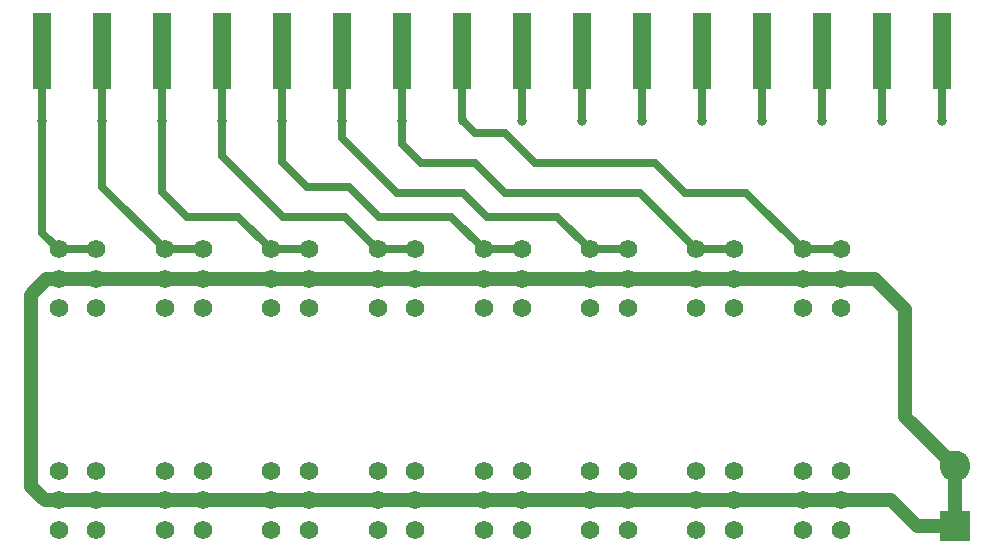
<source format=gbr>
%TF.GenerationSoftware,KiCad,Pcbnew,(6.0.10)*%
%TF.CreationDate,2023-01-13T11:07:08+01:00*%
%TF.ProjectId,SiemensSimaticS7ExpansionBoard,5369656d-656e-4735-9369-6d6174696353,rev?*%
%TF.SameCoordinates,Original*%
%TF.FileFunction,Copper,L1,Top*%
%TF.FilePolarity,Positive*%
%FSLAX46Y46*%
G04 Gerber Fmt 4.6, Leading zero omitted, Abs format (unit mm)*
G04 Created by KiCad (PCBNEW (6.0.10)) date 2023-01-13 11:07:08*
%MOMM*%
%LPD*%
G01*
G04 APERTURE LIST*
%TA.AperFunction,ComponentPad*%
%ADD10C,1.562000*%
%TD*%
%TA.AperFunction,ComponentPad*%
%ADD11R,2.600000X2.600000*%
%TD*%
%TA.AperFunction,ComponentPad*%
%ADD12C,2.600000*%
%TD*%
%TA.AperFunction,SMDPad,CuDef*%
%ADD13R,1.600000X6.500000*%
%TD*%
%TA.AperFunction,ViaPad*%
%ADD14C,0.800000*%
%TD*%
%TA.AperFunction,Conductor*%
%ADD15C,0.700000*%
%TD*%
%TA.AperFunction,Conductor*%
%ADD16C,1.200000*%
%TD*%
G04 APERTURE END LIST*
D10*
%TO.P,SW16,1,A*%
%TO.N,Net-(J2-Pad16)*%
X190990400Y-128208400D03*
X187790400Y-128208400D03*
%TO.P,SW16,2,B*%
%TO.N,VCC*%
X190990400Y-130708400D03*
X187790400Y-130708400D03*
%TO.P,SW16,3,C*%
%TO.N,unconnected-(SW16-Pad3)*%
X190990400Y-133208400D03*
X187790400Y-133208400D03*
%TD*%
%TO.P,SW15,1,A*%
%TO.N,Net-(J2-Pad15)*%
X181990400Y-128208400D03*
X178790400Y-128208400D03*
%TO.P,SW15,2,B*%
%TO.N,VCC*%
X181990400Y-130708400D03*
X178790400Y-130708400D03*
%TO.P,SW15,3,C*%
%TO.N,unconnected-(SW15-Pad3)*%
X181990400Y-133208400D03*
X178790400Y-133208400D03*
%TD*%
%TO.P,SW14,1,A*%
%TO.N,Net-(J2-Pad14)*%
X172990400Y-128208400D03*
X169790400Y-128208400D03*
%TO.P,SW14,2,B*%
%TO.N,VCC*%
X172990400Y-130708400D03*
X169790400Y-130708400D03*
%TO.P,SW14,3,C*%
%TO.N,unconnected-(SW14-Pad3)*%
X172990400Y-133208400D03*
X169790400Y-133208400D03*
%TD*%
%TO.P,SW13,1,A*%
%TO.N,Net-(J2-Pad13)*%
X163990400Y-128208400D03*
X160790400Y-128208400D03*
%TO.P,SW13,2,B*%
%TO.N,VCC*%
X163990400Y-130708400D03*
X160790400Y-130708400D03*
%TO.P,SW13,3,C*%
%TO.N,unconnected-(SW13-Pad3)*%
X163990400Y-133208400D03*
X160790400Y-133208400D03*
%TD*%
%TO.P,SW12,1,A*%
%TO.N,Net-(J2-Pad12)*%
X154990400Y-128208400D03*
X151790400Y-128208400D03*
%TO.P,SW12,2,B*%
%TO.N,VCC*%
X154990400Y-130708400D03*
X151790400Y-130708400D03*
%TO.P,SW12,3,C*%
%TO.N,unconnected-(SW12-Pad3)*%
X154990400Y-133208400D03*
X151790400Y-133208400D03*
%TD*%
%TO.P,SW11,1,A*%
%TO.N,Net-(J2-Pad11)*%
X145990400Y-128208400D03*
X142790400Y-128208400D03*
%TO.P,SW11,2,B*%
%TO.N,VCC*%
X145990400Y-130708400D03*
X142790400Y-130708400D03*
%TO.P,SW11,3,C*%
%TO.N,unconnected-(SW11-Pad3)*%
X145990400Y-133208400D03*
X142790400Y-133208400D03*
%TD*%
%TO.P,SW10,1,A*%
%TO.N,Net-(J2-Pad10)*%
X136990400Y-128208400D03*
X133790400Y-128208400D03*
%TO.P,SW10,2,B*%
%TO.N,VCC*%
X136990400Y-130708400D03*
X133790400Y-130708400D03*
%TO.P,SW10,3,C*%
%TO.N,unconnected-(SW10-Pad3)*%
X136990400Y-133208400D03*
X133790400Y-133208400D03*
%TD*%
%TO.P,SW9,1,A*%
%TO.N,Net-(J2-Pad9)*%
X127987600Y-128208400D03*
X124787600Y-128208400D03*
%TO.P,SW9,2,B*%
%TO.N,VCC*%
X127987600Y-130708400D03*
X124787600Y-130708400D03*
%TO.P,SW9,3,C*%
%TO.N,unconnected-(SW9-Pad3)*%
X127987600Y-133208400D03*
X124787600Y-133208400D03*
%TD*%
%TO.P,SW8,1,A*%
%TO.N,Net-(J2-Pad8)*%
X190990400Y-109463200D03*
X187790400Y-109463200D03*
%TO.P,SW8,2,B*%
%TO.N,VCC*%
X190990400Y-111963200D03*
X187790400Y-111963200D03*
%TO.P,SW8,3,C*%
%TO.N,unconnected-(SW8-Pad3)*%
X190990400Y-114463200D03*
X187790400Y-114463200D03*
%TD*%
%TO.P,SW7,1,A*%
%TO.N,Net-(J2-Pad7)*%
X181990400Y-109463200D03*
X178790400Y-109463200D03*
%TO.P,SW7,2,B*%
%TO.N,VCC*%
X181990400Y-111963200D03*
X178790400Y-111963200D03*
%TO.P,SW7,3,C*%
%TO.N,unconnected-(SW7-Pad3)*%
X181990400Y-114463200D03*
X178790400Y-114463200D03*
%TD*%
%TO.P,SW6,1,A*%
%TO.N,Net-(J2-Pad6)*%
X172990400Y-109463200D03*
X169790400Y-109463200D03*
%TO.P,SW6,2,B*%
%TO.N,VCC*%
X172990400Y-111963200D03*
X169790400Y-111963200D03*
%TO.P,SW6,3,C*%
%TO.N,unconnected-(SW6-Pad3)*%
X172990400Y-114463200D03*
X169790400Y-114463200D03*
%TD*%
%TO.P,SW5,1,A*%
%TO.N,Net-(J2-Pad5)*%
X163990400Y-109463200D03*
X160790400Y-109463200D03*
%TO.P,SW5,2,B*%
%TO.N,VCC*%
X163990400Y-111963200D03*
X160790400Y-111963200D03*
%TO.P,SW5,3,C*%
%TO.N,unconnected-(SW5-Pad3)*%
X163990400Y-114463200D03*
X160790400Y-114463200D03*
%TD*%
%TO.P,SW4,1,A*%
%TO.N,Net-(J2-Pad4)*%
X154990400Y-109463200D03*
X151790400Y-109463200D03*
%TO.P,SW4,2,B*%
%TO.N,VCC*%
X154990400Y-111963200D03*
X151790400Y-111963200D03*
%TO.P,SW4,3,C*%
%TO.N,unconnected-(SW4-Pad3)*%
X154990400Y-114463200D03*
X151790400Y-114463200D03*
%TD*%
%TO.P,SW3,1,A*%
%TO.N,Net-(J2-Pad3)*%
X145990400Y-109463200D03*
X142790400Y-109463200D03*
%TO.P,SW3,2,B*%
%TO.N,VCC*%
X145990400Y-111963200D03*
X142790400Y-111963200D03*
%TO.P,SW3,3,C*%
%TO.N,unconnected-(SW3-Pad3)*%
X145990400Y-114463200D03*
X142790400Y-114463200D03*
%TD*%
%TO.P,SW2,1,A*%
%TO.N,Net-(J2-Pad2)*%
X136990400Y-109463200D03*
X133790400Y-109463200D03*
%TO.P,SW2,2,B*%
%TO.N,VCC*%
X136990400Y-111963200D03*
X133790400Y-111963200D03*
%TO.P,SW2,3,C*%
%TO.N,unconnected-(SW2-Pad3)*%
X136990400Y-114463200D03*
X133790400Y-114463200D03*
%TD*%
%TO.P,SW1,1,A*%
%TO.N,Net-(J2-Pad1)*%
X127987600Y-109463200D03*
X124787600Y-109463200D03*
%TO.P,SW1,2,B*%
%TO.N,VCC*%
X127987600Y-111963200D03*
X124787600Y-111963200D03*
%TO.P,SW1,3,C*%
%TO.N,unconnected-(SW1-Pad3)*%
X127987600Y-114463200D03*
X124787600Y-114463200D03*
%TD*%
D11*
%TO.P,J1,1,Pin_1*%
%TO.N,VCC*%
X200685000Y-132915000D03*
D12*
%TO.P,J1,2,Pin_2*%
X200685000Y-127835000D03*
%TD*%
D13*
%TO.P,J2,1,Pin_1*%
%TO.N,Net-(J2-Pad1)*%
X123393200Y-92659200D03*
%TO.P,J2,2,Pin_2*%
%TO.N,Net-(J2-Pad2)*%
X128473200Y-92659200D03*
%TO.P,J2,3,Pin_3*%
%TO.N,Net-(J2-Pad3)*%
X133553200Y-92659200D03*
%TO.P,J2,4,Pin_4*%
%TO.N,Net-(J2-Pad4)*%
X138633200Y-92659200D03*
%TO.P,J2,5,Pin_5*%
%TO.N,Net-(J2-Pad5)*%
X143713200Y-92659200D03*
%TO.P,J2,6,Pin_6*%
%TO.N,Net-(J2-Pad6)*%
X148793200Y-92659200D03*
%TO.P,J2,7,Pin_7*%
%TO.N,Net-(J2-Pad7)*%
X153873200Y-92659200D03*
%TO.P,J2,8,Pin_8*%
%TO.N,Net-(J2-Pad8)*%
X158953200Y-92659200D03*
%TO.P,J2,9,Pin_9*%
%TO.N,Net-(J2-Pad9)*%
X164033200Y-92659200D03*
%TO.P,J2,10,Pin_10*%
%TO.N,Net-(J2-Pad10)*%
X169113200Y-92659200D03*
%TO.P,J2,11,Pin_11*%
%TO.N,Net-(J2-Pad11)*%
X174193200Y-92659200D03*
%TO.P,J2,12,Pin_12*%
%TO.N,Net-(J2-Pad12)*%
X179273200Y-92659200D03*
%TO.P,J2,13,Pin_13*%
%TO.N,Net-(J2-Pad13)*%
X184353200Y-92659200D03*
%TO.P,J2,14,Pin_14*%
%TO.N,Net-(J2-Pad14)*%
X189433200Y-92659200D03*
%TO.P,J2,15,Pin_15*%
%TO.N,Net-(J2-Pad15)*%
X194513200Y-92659200D03*
%TO.P,J2,16,Pin_16*%
%TO.N,Net-(J2-Pad16)*%
X199593200Y-92659200D03*
%TD*%
D14*
%TO.N,Net-(J2-Pad9)*%
X164033200Y-98602800D03*
%TO.N,Net-(J2-Pad10)*%
X169113200Y-98602800D03*
%TO.N,Net-(J2-Pad11)*%
X174193200Y-98602800D03*
%TO.N,Net-(J2-Pad16)*%
X199593200Y-98602800D03*
%TO.N,Net-(J2-Pad15)*%
X194513200Y-98602800D03*
%TO.N,Net-(J2-Pad14)*%
X189433200Y-98602800D03*
%TO.N,Net-(J2-Pad13)*%
X184353200Y-98602800D03*
%TO.N,Net-(J2-Pad12)*%
X179273200Y-98602800D03*
%TO.N,Net-(J2-Pad8)*%
X159004000Y-98552000D03*
%TO.N,Net-(J2-Pad7)*%
X153873200Y-98602800D03*
%TO.N,Net-(J2-Pad6)*%
X148793200Y-98602800D03*
%TO.N,Net-(J2-Pad5)*%
X143713200Y-98602800D03*
%TO.N,Net-(J2-Pad4)*%
X138633200Y-98602800D03*
%TO.N,Net-(J2-Pad3)*%
X133553200Y-98602800D03*
%TO.N,Net-(J2-Pad2)*%
X128473200Y-98602800D03*
%TO.N,Net-(J2-Pad1)*%
X123393200Y-98602800D03*
%TD*%
D15*
%TO.N,Net-(J2-Pad11)*%
X174193200Y-98602800D02*
X174193200Y-92659200D01*
%TO.N,Net-(J2-Pad10)*%
X169113200Y-98602800D02*
X169113200Y-92659200D01*
%TO.N,Net-(J2-Pad9)*%
X164033200Y-98602800D02*
X164033200Y-92659200D01*
%TO.N,Net-(J2-Pad8)*%
X162560000Y-99568000D02*
X160020000Y-99568000D01*
X165100000Y-102108000D02*
X162560000Y-99568000D01*
X160020000Y-99568000D02*
X159004000Y-98552000D01*
X182975200Y-104648000D02*
X177800000Y-104648000D01*
X177800000Y-104648000D02*
X175260000Y-102108000D01*
X187790400Y-109463200D02*
X182975200Y-104648000D01*
X175260000Y-102108000D02*
X165100000Y-102108000D01*
%TO.N,Net-(J2-Pad12)*%
X179273200Y-98602800D02*
X179273200Y-92659200D01*
%TO.N,Net-(J2-Pad13)*%
X184353200Y-98602800D02*
X184353200Y-92659200D01*
%TO.N,Net-(J2-Pad14)*%
X189433200Y-98602800D02*
X189433200Y-92659200D01*
%TO.N,Net-(J2-Pad15)*%
X194513200Y-98602800D02*
X194513200Y-92659200D01*
%TO.N,Net-(J2-Pad16)*%
X199593200Y-98602800D02*
X199593200Y-92659200D01*
%TO.N,Net-(J2-Pad7)*%
X153873200Y-98602800D02*
X153873200Y-92659200D01*
%TO.N,Net-(J2-Pad6)*%
X148793200Y-98602800D02*
X148793200Y-100025200D01*
%TO.N,Net-(J2-Pad5)*%
X143713200Y-98602800D02*
X143713200Y-102057200D01*
%TO.N,Net-(J2-Pad4)*%
X138633200Y-98602800D02*
X138633200Y-101549200D01*
%TO.N,Net-(J2-Pad3)*%
X133553200Y-98602800D02*
X133553200Y-92659200D01*
%TO.N,Net-(J2-Pad2)*%
X128473200Y-98602800D02*
X128473200Y-104146000D01*
%TO.N,Net-(J2-Pad1)*%
X123393200Y-98602800D02*
X123393200Y-108068800D01*
D16*
%TO.N,VCC*%
X195224400Y-130708400D02*
X190990400Y-130708400D01*
X197431000Y-132915000D02*
X195224400Y-130708400D01*
X200685000Y-132915000D02*
X197431000Y-132915000D01*
X190990400Y-111963200D02*
X124787600Y-111963200D01*
X190990400Y-111963200D02*
X193915000Y-111963200D01*
X193915000Y-111963200D02*
X196470000Y-114518200D01*
X200685000Y-132915000D02*
X200685000Y-127835000D01*
X122428000Y-113284000D02*
X123748800Y-111963200D01*
X122428000Y-113284000D02*
X122428000Y-129540000D01*
X124787600Y-111963200D02*
X123748800Y-111963200D01*
X123596400Y-130708400D02*
X122428000Y-129540000D01*
X124787600Y-130708400D02*
X123596400Y-130708400D01*
X190990400Y-130708400D02*
X124787600Y-130708400D01*
X196470000Y-123620000D02*
X200685000Y-127835000D01*
X196470000Y-114518200D02*
X196470000Y-123620000D01*
D15*
%TO.N,Net-(J2-Pad8)*%
X187790400Y-109463200D02*
X190990400Y-109463200D01*
X158953200Y-98501200D02*
X159004000Y-98552000D01*
X158953200Y-92659200D02*
X158953200Y-98501200D01*
%TO.N,Net-(J2-Pad7)*%
X160020000Y-102108000D02*
X155448000Y-102108000D01*
X162560000Y-104648000D02*
X160020000Y-102108000D01*
X155448000Y-102108000D02*
X153873200Y-100533200D01*
X153873200Y-100533200D02*
X153873200Y-98602800D01*
X173975200Y-104648000D02*
X162560000Y-104648000D01*
X178790400Y-109463200D02*
X173975200Y-104648000D01*
%TO.N,Net-(J2-Pad6)*%
X161036000Y-106680000D02*
X167007200Y-106680000D01*
X153416000Y-104648000D02*
X159004000Y-104648000D01*
X148793200Y-100025200D02*
X153416000Y-104648000D01*
X167007200Y-106680000D02*
X169790400Y-109463200D01*
X148793200Y-92659200D02*
X148793200Y-98602800D01*
X159004000Y-104648000D02*
X161036000Y-106680000D01*
%TO.N,Net-(J2-Pad5)*%
X149352000Y-104140000D02*
X151892000Y-106680000D01*
X158007200Y-106680000D02*
X160790400Y-109463200D01*
X145796000Y-104140000D02*
X149352000Y-104140000D01*
X143713200Y-102057200D02*
X145796000Y-104140000D01*
X143713200Y-92659200D02*
X143713200Y-98602800D01*
X151892000Y-106680000D02*
X158007200Y-106680000D01*
%TO.N,Net-(J2-Pad4)*%
X149007200Y-106680000D02*
X150957600Y-108630400D01*
X143764000Y-106680000D02*
X149007200Y-106680000D01*
X150957600Y-108630400D02*
X151790400Y-109463200D01*
X138633200Y-101549200D02*
X143764000Y-106680000D01*
X138633200Y-92659200D02*
X138633200Y-98602800D01*
%TO.N,Net-(J2-Pad3)*%
X140007200Y-106680000D02*
X135636000Y-106680000D01*
X135636000Y-106680000D02*
X133553200Y-104597200D01*
X133553200Y-104597200D02*
X133553200Y-98602800D01*
X142790400Y-109463200D02*
X140007200Y-106680000D01*
%TO.N,Net-(J2-Pad7)*%
X181990400Y-109463200D02*
X178790400Y-109463200D01*
%TO.N,Net-(J2-Pad6)*%
X172990400Y-109463200D02*
X169790400Y-109463200D01*
%TO.N,Net-(J2-Pad5)*%
X160790400Y-109463200D02*
X163990400Y-109463200D01*
%TO.N,Net-(J2-Pad4)*%
X154990400Y-109463200D02*
X151790400Y-109463200D01*
%TO.N,Net-(J2-Pad3)*%
X145990400Y-109463200D02*
X142790400Y-109463200D01*
%TO.N,Net-(J2-Pad2)*%
X133790400Y-109463200D02*
X136990400Y-109463200D01*
X128473200Y-104146000D02*
X133790400Y-109463200D01*
X128473200Y-92659200D02*
X128473200Y-98602800D01*
%TO.N,Net-(J2-Pad1)*%
X127987600Y-109463200D02*
X124787600Y-109463200D01*
X123393200Y-108068800D02*
X124787600Y-109463200D01*
X123393200Y-92659200D02*
X123393200Y-98602800D01*
%TD*%
M02*

</source>
